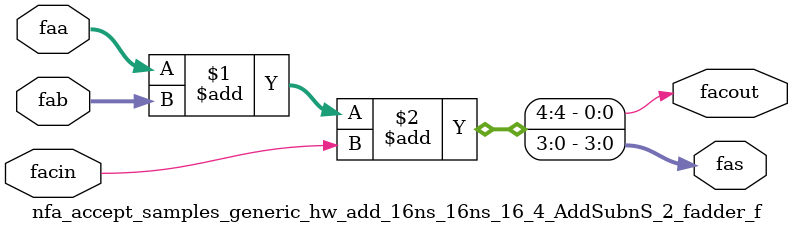
<source format=v>
module nfa_accept_samples_generic_hw_add_16ns_16ns_16_4_AddSubnS_2_fadder_f 
#(parameter
    N = 4
)(
    input  [N-1 : 0]  faa,
    input  [N-1 : 0]  fab,
    input  wire  facin,
    output [N-1 : 0]  fas,
    output wire  facout
);
assign {facout, fas} = faa + fab + facin;
endmodule
</source>
